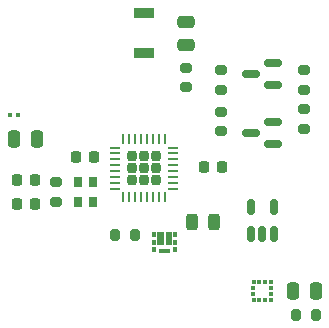
<source format=gbr>
%TF.GenerationSoftware,KiCad,Pcbnew,6.0.2+dfsg-1*%
%TF.CreationDate,2023-10-20T16:05:58+09:00*%
%TF.ProjectId,Hibot_agostiniLuca,4869626f-745f-4616-976f-7374696e694c,rev?*%
%TF.SameCoordinates,Original*%
%TF.FileFunction,Paste,Top*%
%TF.FilePolarity,Positive*%
%FSLAX46Y46*%
G04 Gerber Fmt 4.6, Leading zero omitted, Abs format (unit mm)*
G04 Created by KiCad (PCBNEW 6.0.2+dfsg-1) date 2023-10-20 16:05:58*
%MOMM*%
%LPD*%
G01*
G04 APERTURE LIST*
G04 Aperture macros list*
%AMRoundRect*
0 Rectangle with rounded corners*
0 $1 Rounding radius*
0 $2 $3 $4 $5 $6 $7 $8 $9 X,Y pos of 4 corners*
0 Add a 4 corners polygon primitive as box body*
4,1,4,$2,$3,$4,$5,$6,$7,$8,$9,$2,$3,0*
0 Add four circle primitives for the rounded corners*
1,1,$1+$1,$2,$3*
1,1,$1+$1,$4,$5*
1,1,$1+$1,$6,$7*
1,1,$1+$1,$8,$9*
0 Add four rect primitives between the rounded corners*
20,1,$1+$1,$2,$3,$4,$5,0*
20,1,$1+$1,$4,$5,$6,$7,0*
20,1,$1+$1,$6,$7,$8,$9,0*
20,1,$1+$1,$8,$9,$2,$3,0*%
G04 Aperture macros list end*
%ADD10C,0.010000*%
%ADD11RoundRect,0.200000X0.275000X-0.200000X0.275000X0.200000X-0.275000X0.200000X-0.275000X-0.200000X0*%
%ADD12RoundRect,0.200000X-0.275000X0.200000X-0.275000X-0.200000X0.275000X-0.200000X0.275000X0.200000X0*%
%ADD13R,0.350000X0.375000*%
%ADD14R,0.375000X0.350000*%
%ADD15RoundRect,0.200000X-0.200000X-0.275000X0.200000X-0.275000X0.200000X0.275000X-0.200000X0.275000X0*%
%ADD16RoundRect,0.250000X0.475000X-0.250000X0.475000X0.250000X-0.475000X0.250000X-0.475000X-0.250000X0*%
%ADD17RoundRect,0.079500X0.079500X0.100500X-0.079500X0.100500X-0.079500X-0.100500X0.079500X-0.100500X0*%
%ADD18R,0.800000X0.900000*%
%ADD19RoundRect,0.225000X0.225000X0.250000X-0.225000X0.250000X-0.225000X-0.250000X0.225000X-0.250000X0*%
%ADD20RoundRect,0.250000X-0.250000X-0.475000X0.250000X-0.475000X0.250000X0.475000X-0.250000X0.475000X0*%
%ADD21RoundRect,0.243750X0.243750X0.456250X-0.243750X0.456250X-0.243750X-0.456250X0.243750X-0.456250X0*%
%ADD22RoundRect,0.200000X0.200000X0.275000X-0.200000X0.275000X-0.200000X-0.275000X0.200000X-0.275000X0*%
%ADD23RoundRect,0.207500X-0.207500X-0.207500X0.207500X-0.207500X0.207500X0.207500X-0.207500X0.207500X0*%
%ADD24RoundRect,0.062500X-0.375000X-0.062500X0.375000X-0.062500X0.375000X0.062500X-0.375000X0.062500X0*%
%ADD25RoundRect,0.062500X-0.062500X-0.375000X0.062500X-0.375000X0.062500X0.375000X-0.062500X0.375000X0*%
%ADD26RoundRect,0.150000X0.150000X-0.512500X0.150000X0.512500X-0.150000X0.512500X-0.150000X-0.512500X0*%
%ADD27RoundRect,0.225000X-0.225000X-0.250000X0.225000X-0.250000X0.225000X0.250000X-0.225000X0.250000X0*%
%ADD28R,1.700000X0.900000*%
%ADD29RoundRect,0.150000X0.587500X0.150000X-0.587500X0.150000X-0.587500X-0.150000X0.587500X-0.150000X0*%
G04 APERTURE END LIST*
D10*
%TO.C,U6*%
X140055000Y-105925000D02*
X140055000Y-104895000D01*
X140055000Y-104895000D02*
X140545000Y-104895000D01*
X140545000Y-104895000D02*
X140545000Y-105925000D01*
X140545000Y-105925000D02*
X140055000Y-105925000D01*
G36*
X140545000Y-105925000D02*
G01*
X140055000Y-105925000D01*
X140055000Y-104895000D01*
X140545000Y-104895000D01*
X140545000Y-105925000D01*
G37*
X140545000Y-105925000D02*
X140055000Y-105925000D01*
X140055000Y-104895000D01*
X140545000Y-104895000D01*
X140545000Y-105925000D01*
X141400000Y-105855500D02*
X141400000Y-105525500D01*
X141400000Y-105525500D02*
X141680000Y-105525500D01*
X141680000Y-105525500D02*
X141680000Y-105855500D01*
X141680000Y-105855500D02*
X141400000Y-105855500D01*
G36*
X141680000Y-105855500D02*
G01*
X141400000Y-105855500D01*
X141400000Y-105525500D01*
X141680000Y-105525500D01*
X141680000Y-105855500D01*
G37*
X141680000Y-105855500D02*
X141400000Y-105855500D01*
X141400000Y-105525500D01*
X141680000Y-105525500D01*
X141680000Y-105855500D01*
X139650000Y-105855500D02*
X139650000Y-105525500D01*
X139650000Y-105525500D02*
X139930000Y-105525500D01*
X139930000Y-105525500D02*
X139930000Y-105855500D01*
X139930000Y-105855500D02*
X139650000Y-105855500D01*
G36*
X139930000Y-105855500D02*
G01*
X139650000Y-105855500D01*
X139650000Y-105525500D01*
X139930000Y-105525500D01*
X139930000Y-105855500D01*
G37*
X139930000Y-105855500D02*
X139650000Y-105855500D01*
X139650000Y-105525500D01*
X139930000Y-105525500D01*
X139930000Y-105855500D01*
X139650000Y-105205500D02*
X139650000Y-104875500D01*
X139650000Y-104875500D02*
X139930000Y-104875500D01*
X139930000Y-104875500D02*
X139930000Y-105205500D01*
X139930000Y-105205500D02*
X139650000Y-105205500D01*
G36*
X139930000Y-105205500D02*
G01*
X139650000Y-105205500D01*
X139650000Y-104875500D01*
X139930000Y-104875500D01*
X139930000Y-105205500D01*
G37*
X139930000Y-105205500D02*
X139650000Y-105205500D01*
X139650000Y-104875500D01*
X139930000Y-104875500D01*
X139930000Y-105205500D01*
X140795000Y-105925000D02*
X140795000Y-104895000D01*
X140795000Y-104895000D02*
X141285000Y-104895000D01*
X141285000Y-104895000D02*
X141285000Y-105925000D01*
X141285000Y-105925000D02*
X140795000Y-105925000D01*
G36*
X141285000Y-105925000D02*
G01*
X140795000Y-105925000D01*
X140795000Y-104895000D01*
X141285000Y-104895000D01*
X141285000Y-105925000D01*
G37*
X141285000Y-105925000D02*
X140795000Y-105925000D01*
X140795000Y-104895000D01*
X141285000Y-104895000D01*
X141285000Y-105925000D01*
X139650000Y-106505500D02*
X139650000Y-106175500D01*
X139650000Y-106175500D02*
X139930000Y-106175500D01*
X139930000Y-106175500D02*
X139930000Y-106505500D01*
X139930000Y-106505500D02*
X139650000Y-106505500D01*
G36*
X139930000Y-106505500D02*
G01*
X139650000Y-106505500D01*
X139650000Y-106175500D01*
X139930000Y-106175500D01*
X139930000Y-106505500D01*
G37*
X139930000Y-106505500D02*
X139650000Y-106505500D01*
X139650000Y-106175500D01*
X139930000Y-106175500D01*
X139930000Y-106505500D01*
X140265000Y-106555000D02*
X140265000Y-106295000D01*
X140265000Y-106295000D02*
X141075000Y-106295000D01*
X141075000Y-106295000D02*
X141075000Y-106555000D01*
X141075000Y-106555000D02*
X140265000Y-106555000D01*
G36*
X141075000Y-106555000D02*
G01*
X140265000Y-106555000D01*
X140265000Y-106295000D01*
X141075000Y-106295000D01*
X141075000Y-106555000D01*
G37*
X141075000Y-106555000D02*
X140265000Y-106555000D01*
X140265000Y-106295000D01*
X141075000Y-106295000D01*
X141075000Y-106555000D01*
X141400000Y-105205500D02*
X141400000Y-104875500D01*
X141400000Y-104875500D02*
X141680000Y-104875500D01*
X141680000Y-104875500D02*
X141680000Y-105205500D01*
X141680000Y-105205500D02*
X141400000Y-105205500D01*
G36*
X141680000Y-105205500D02*
G01*
X141400000Y-105205500D01*
X141400000Y-104875500D01*
X141680000Y-104875500D01*
X141680000Y-105205500D01*
G37*
X141680000Y-105205500D02*
X141400000Y-105205500D01*
X141400000Y-104875500D01*
X141680000Y-104875500D01*
X141680000Y-105205500D01*
X141400000Y-106505500D02*
X141400000Y-106175500D01*
X141400000Y-106175500D02*
X141680000Y-106175500D01*
X141680000Y-106175500D02*
X141680000Y-106505500D01*
X141680000Y-106505500D02*
X141400000Y-106505500D01*
G36*
X141680000Y-106505500D02*
G01*
X141400000Y-106505500D01*
X141400000Y-106175500D01*
X141680000Y-106175500D01*
X141680000Y-106505500D01*
G37*
X141680000Y-106505500D02*
X141400000Y-106505500D01*
X141400000Y-106175500D01*
X141680000Y-106175500D01*
X141680000Y-106505500D01*
%TD*%
D11*
%TO.C,R7*%
X152500000Y-96150000D03*
X152500000Y-94500000D03*
%TD*%
D12*
%TO.C,R2*%
X131500000Y-100675000D03*
X131500000Y-102325000D03*
%TD*%
D11*
%TO.C,R3*%
X142500000Y-92625000D03*
X142500000Y-90975000D03*
%TD*%
D13*
%TO.C,U2*%
X148250000Y-110625000D03*
X148750000Y-110625000D03*
X149250000Y-110625000D03*
X149750000Y-110625000D03*
D14*
X149762500Y-110112500D03*
X149762500Y-109612500D03*
D13*
X149750000Y-109100000D03*
X149250000Y-109100000D03*
X148750000Y-109100000D03*
X148250000Y-109100000D03*
D14*
X148237500Y-109612500D03*
X148237500Y-110112500D03*
%TD*%
D15*
%TO.C,R6*%
X136550000Y-105100000D03*
X138200000Y-105100000D03*
%TD*%
D16*
%TO.C,C10*%
X142500000Y-89000000D03*
X142500000Y-87100000D03*
%TD*%
D17*
%TO.C,L1*%
X128295000Y-95000000D03*
X127605000Y-95000000D03*
%TD*%
D18*
%TO.C,Y1*%
X134625000Y-102325000D03*
X134625000Y-100675000D03*
X133375000Y-100675000D03*
X133375000Y-102325000D03*
%TD*%
D19*
%TO.C,C14*%
X129775000Y-102500000D03*
X128225000Y-102500000D03*
%TD*%
D20*
%TO.C,C3*%
X151600000Y-109862500D03*
X153500000Y-109862500D03*
%TD*%
D21*
%TO.C,D3*%
X144875000Y-104000000D03*
X143000000Y-104000000D03*
%TD*%
D22*
%TO.C,R1*%
X153500000Y-111862500D03*
X151850000Y-111862500D03*
%TD*%
D23*
%TO.C,U4*%
X140000000Y-100500000D03*
X137940000Y-100500000D03*
X137940000Y-98440000D03*
X138970000Y-100500000D03*
X140000000Y-99470000D03*
X137940000Y-99470000D03*
X138970000Y-99470000D03*
X140000000Y-98440000D03*
X138970000Y-98440000D03*
D24*
X136532500Y-97720000D03*
X136532500Y-98220000D03*
X136532500Y-98720000D03*
X136532500Y-99220000D03*
X136532500Y-99720000D03*
X136532500Y-100220000D03*
X136532500Y-100720000D03*
X136532500Y-101220000D03*
D25*
X137220000Y-101907500D03*
X137720000Y-101907500D03*
X138220000Y-101907500D03*
X138720000Y-101907500D03*
X139220000Y-101907500D03*
X139720000Y-101907500D03*
X140220000Y-101907500D03*
X140720000Y-101907500D03*
D24*
X141407500Y-101220000D03*
X141407500Y-100720000D03*
X141407500Y-100220000D03*
X141407500Y-99720000D03*
X141407500Y-99220000D03*
X141407500Y-98720000D03*
X141407500Y-98220000D03*
X141407500Y-97720000D03*
D25*
X140720000Y-97032500D03*
X140220000Y-97032500D03*
X139720000Y-97032500D03*
X139220000Y-97032500D03*
X138720000Y-97032500D03*
X138220000Y-97032500D03*
X137720000Y-97032500D03*
X137220000Y-97032500D03*
%TD*%
D26*
%TO.C,U1*%
X148050000Y-105000000D03*
X149000000Y-105000000D03*
X149950000Y-105000000D03*
X149950000Y-102725000D03*
X148050000Y-102725000D03*
%TD*%
D19*
%TO.C,C13*%
X129775000Y-100500000D03*
X128225000Y-100500000D03*
%TD*%
D27*
%TO.C,C6*%
X144025000Y-99400000D03*
X145575000Y-99400000D03*
%TD*%
D28*
%TO.C,SW1*%
X139000000Y-89700000D03*
X139000000Y-86300000D03*
%TD*%
D11*
%TO.C,R4*%
X145500000Y-92825000D03*
X145500000Y-91175000D03*
%TD*%
D29*
%TO.C,Q2*%
X149875000Y-92450000D03*
X149875000Y-90550000D03*
X148000000Y-91500000D03*
%TD*%
%TO.C,Q1*%
X149937500Y-97450000D03*
X149937500Y-95550000D03*
X148062500Y-96500000D03*
%TD*%
D19*
%TO.C,C5*%
X134775000Y-98500000D03*
X133225000Y-98500000D03*
%TD*%
D11*
%TO.C,R8*%
X152500000Y-92825000D03*
X152500000Y-91175000D03*
%TD*%
D20*
%TO.C,C12*%
X128000000Y-97000000D03*
X129900000Y-97000000D03*
%TD*%
D12*
%TO.C,R5*%
X145500000Y-94675000D03*
X145500000Y-96325000D03*
%TD*%
M02*

</source>
